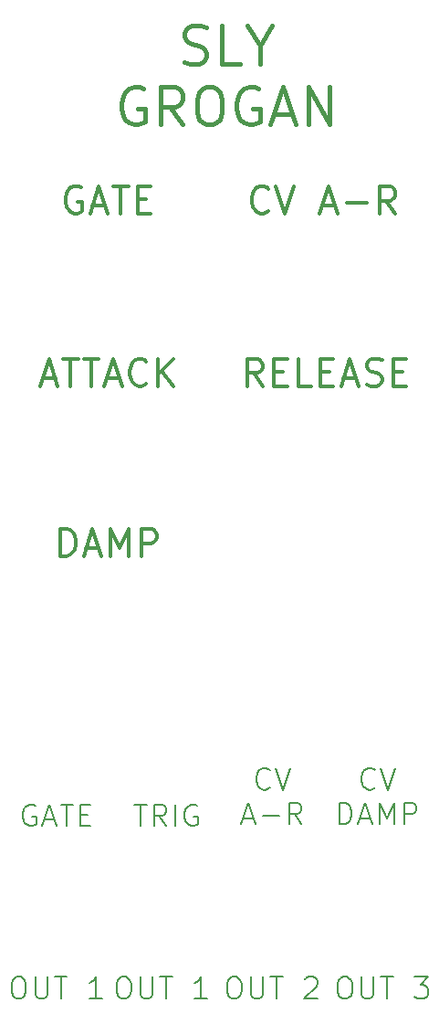
<source format=gbr>
G04 #@! TF.GenerationSoftware,KiCad,Pcbnew,(5.1.5-0)*
G04 #@! TF.CreationDate,2021-01-12T22:51:54-08:00*
G04 #@! TF.ProjectId,slygrogan,736c7967-726f-4676-916e-2e6b69636164,rev?*
G04 #@! TF.SameCoordinates,Original*
G04 #@! TF.FileFunction,Legend,Top*
G04 #@! TF.FilePolarity,Positive*
%FSLAX46Y46*%
G04 Gerber Fmt 4.6, Leading zero omitted, Abs format (unit mm)*
G04 Created by KiCad (PCBNEW (5.1.5-0)) date 2021-01-12 22:51:54*
%MOMM*%
%LPD*%
G04 APERTURE LIST*
%ADD10C,0.200000*%
%ADD11C,0.400000*%
%ADD12C,0.300000*%
G04 APERTURE END LIST*
D10*
X21285714Y-89404761D02*
X21666666Y-89404761D01*
X21857142Y-89500000D01*
X22047619Y-89690476D01*
X22142857Y-90071428D01*
X22142857Y-90738095D01*
X22047619Y-91119047D01*
X21857142Y-91309523D01*
X21666666Y-91404761D01*
X21285714Y-91404761D01*
X21095238Y-91309523D01*
X20904761Y-91119047D01*
X20809523Y-90738095D01*
X20809523Y-90071428D01*
X20904761Y-89690476D01*
X21095238Y-89500000D01*
X21285714Y-89404761D01*
X23000000Y-89404761D02*
X23000000Y-91023809D01*
X23095238Y-91214285D01*
X23190476Y-91309523D01*
X23380952Y-91404761D01*
X23761904Y-91404761D01*
X23952380Y-91309523D01*
X24047619Y-91214285D01*
X24142857Y-91023809D01*
X24142857Y-89404761D01*
X24809523Y-89404761D02*
X25952380Y-89404761D01*
X25380952Y-91404761D02*
X25380952Y-89404761D01*
X28047619Y-89595238D02*
X28142857Y-89500000D01*
X28333333Y-89404761D01*
X28809523Y-89404761D01*
X29000000Y-89500000D01*
X29095238Y-89595238D01*
X29190476Y-89785714D01*
X29190476Y-89976190D01*
X29095238Y-90261904D01*
X27952380Y-91404761D01*
X29190476Y-91404761D01*
X1285714Y-89404761D02*
X1666666Y-89404761D01*
X1857142Y-89500000D01*
X2047619Y-89690476D01*
X2142857Y-90071428D01*
X2142857Y-90738095D01*
X2047619Y-91119047D01*
X1857142Y-91309523D01*
X1666666Y-91404761D01*
X1285714Y-91404761D01*
X1095238Y-91309523D01*
X904761Y-91119047D01*
X809523Y-90738095D01*
X809523Y-90071428D01*
X904761Y-89690476D01*
X1095238Y-89500000D01*
X1285714Y-89404761D01*
X3000000Y-89404761D02*
X3000000Y-91023809D01*
X3095238Y-91214285D01*
X3190476Y-91309523D01*
X3380952Y-91404761D01*
X3761904Y-91404761D01*
X3952380Y-91309523D01*
X4047619Y-91214285D01*
X4142857Y-91023809D01*
X4142857Y-89404761D01*
X4809523Y-89404761D02*
X5952380Y-89404761D01*
X5380952Y-91404761D02*
X5380952Y-89404761D01*
X9190476Y-91404761D02*
X8047619Y-91404761D01*
X8619047Y-91404761D02*
X8619047Y-89404761D01*
X8428571Y-89690476D01*
X8238095Y-89880952D01*
X8047619Y-89976190D01*
D11*
X16833333Y-4591666D02*
X17333333Y-4758333D01*
X18166666Y-4758333D01*
X18500000Y-4591666D01*
X18666666Y-4425000D01*
X18833333Y-4091666D01*
X18833333Y-3758333D01*
X18666666Y-3425000D01*
X18500000Y-3258333D01*
X18166666Y-3091666D01*
X17500000Y-2925000D01*
X17166666Y-2758333D01*
X17000000Y-2591666D01*
X16833333Y-2258333D01*
X16833333Y-1925000D01*
X17000000Y-1591666D01*
X17166666Y-1425000D01*
X17500000Y-1258333D01*
X18333333Y-1258333D01*
X18833333Y-1425000D01*
X22000000Y-4758333D02*
X20333333Y-4758333D01*
X20333333Y-1258333D01*
X23833333Y-3091666D02*
X23833333Y-4758333D01*
X22666666Y-1258333D02*
X23833333Y-3091666D01*
X25000000Y-1258333D01*
X13000000Y-7075000D02*
X12666666Y-6908333D01*
X12166666Y-6908333D01*
X11666666Y-7075000D01*
X11333333Y-7408333D01*
X11166666Y-7741666D01*
X11000000Y-8408333D01*
X11000000Y-8908333D01*
X11166666Y-9575000D01*
X11333333Y-9908333D01*
X11666666Y-10241666D01*
X12166666Y-10408333D01*
X12500000Y-10408333D01*
X13000000Y-10241666D01*
X13166666Y-10075000D01*
X13166666Y-8908333D01*
X12500000Y-8908333D01*
X16666666Y-10408333D02*
X15500000Y-8741666D01*
X14666666Y-10408333D02*
X14666666Y-6908333D01*
X16000000Y-6908333D01*
X16333333Y-7075000D01*
X16500000Y-7241666D01*
X16666666Y-7575000D01*
X16666666Y-8075000D01*
X16500000Y-8408333D01*
X16333333Y-8575000D01*
X16000000Y-8741666D01*
X14666666Y-8741666D01*
X18833333Y-6908333D02*
X19500000Y-6908333D01*
X19833333Y-7075000D01*
X20166666Y-7408333D01*
X20333333Y-8075000D01*
X20333333Y-9241666D01*
X20166666Y-9908333D01*
X19833333Y-10241666D01*
X19500000Y-10408333D01*
X18833333Y-10408333D01*
X18500000Y-10241666D01*
X18166666Y-9908333D01*
X18000000Y-9241666D01*
X18000000Y-8075000D01*
X18166666Y-7408333D01*
X18500000Y-7075000D01*
X18833333Y-6908333D01*
X23666666Y-7075000D02*
X23333333Y-6908333D01*
X22833333Y-6908333D01*
X22333333Y-7075000D01*
X22000000Y-7408333D01*
X21833333Y-7741666D01*
X21666666Y-8408333D01*
X21666666Y-8908333D01*
X21833333Y-9575000D01*
X22000000Y-9908333D01*
X22333333Y-10241666D01*
X22833333Y-10408333D01*
X23166666Y-10408333D01*
X23666666Y-10241666D01*
X23833333Y-10075000D01*
X23833333Y-8908333D01*
X23166666Y-8908333D01*
X25166666Y-9408333D02*
X26833333Y-9408333D01*
X24833333Y-10408333D02*
X26000000Y-6908333D01*
X27166666Y-10408333D01*
X28333333Y-10408333D02*
X28333333Y-6908333D01*
X30333333Y-10408333D01*
X30333333Y-6908333D01*
D12*
X24107142Y-34630952D02*
X23273809Y-33440476D01*
X22678571Y-34630952D02*
X22678571Y-32130952D01*
X23630952Y-32130952D01*
X23869047Y-32250000D01*
X23988095Y-32369047D01*
X24107142Y-32607142D01*
X24107142Y-32964285D01*
X23988095Y-33202380D01*
X23869047Y-33321428D01*
X23630952Y-33440476D01*
X22678571Y-33440476D01*
X25178571Y-33321428D02*
X26011904Y-33321428D01*
X26369047Y-34630952D02*
X25178571Y-34630952D01*
X25178571Y-32130952D01*
X26369047Y-32130952D01*
X28630952Y-34630952D02*
X27440476Y-34630952D01*
X27440476Y-32130952D01*
X29464285Y-33321428D02*
X30297619Y-33321428D01*
X30654761Y-34630952D02*
X29464285Y-34630952D01*
X29464285Y-32130952D01*
X30654761Y-32130952D01*
X31607142Y-33916666D02*
X32797619Y-33916666D01*
X31369047Y-34630952D02*
X32202380Y-32130952D01*
X33035714Y-34630952D01*
X33750000Y-34511904D02*
X34107142Y-34630952D01*
X34702380Y-34630952D01*
X34940476Y-34511904D01*
X35059523Y-34392857D01*
X35178571Y-34154761D01*
X35178571Y-33916666D01*
X35059523Y-33678571D01*
X34940476Y-33559523D01*
X34702380Y-33440476D01*
X34226190Y-33321428D01*
X33988095Y-33202380D01*
X33869047Y-33083333D01*
X33750000Y-32845238D01*
X33750000Y-32607142D01*
X33869047Y-32369047D01*
X33988095Y-32250000D01*
X34226190Y-32130952D01*
X34821428Y-32130952D01*
X35178571Y-32250000D01*
X36250000Y-33321428D02*
X37083333Y-33321428D01*
X37440476Y-34630952D02*
X36250000Y-34630952D01*
X36250000Y-32130952D01*
X37440476Y-32130952D01*
X24630952Y-18392857D02*
X24511904Y-18511904D01*
X24154761Y-18630952D01*
X23916666Y-18630952D01*
X23559523Y-18511904D01*
X23321428Y-18273809D01*
X23202380Y-18035714D01*
X23083333Y-17559523D01*
X23083333Y-17202380D01*
X23202380Y-16726190D01*
X23321428Y-16488095D01*
X23559523Y-16250000D01*
X23916666Y-16130952D01*
X24154761Y-16130952D01*
X24511904Y-16250000D01*
X24630952Y-16369047D01*
X25345238Y-16130952D02*
X26178571Y-18630952D01*
X27011904Y-16130952D01*
X29630952Y-17916666D02*
X30821428Y-17916666D01*
X29392857Y-18630952D02*
X30226190Y-16130952D01*
X31059523Y-18630952D01*
X31892857Y-17678571D02*
X33797619Y-17678571D01*
X36416666Y-18630952D02*
X35583333Y-17440476D01*
X34988095Y-18630952D02*
X34988095Y-16130952D01*
X35940476Y-16130952D01*
X36178571Y-16250000D01*
X36297619Y-16369047D01*
X36416666Y-16607142D01*
X36416666Y-16964285D01*
X36297619Y-17202380D01*
X36178571Y-17321428D01*
X35940476Y-17440476D01*
X34988095Y-17440476D01*
X7250000Y-16250000D02*
X7011904Y-16130952D01*
X6654761Y-16130952D01*
X6297619Y-16250000D01*
X6059523Y-16488095D01*
X5940476Y-16726190D01*
X5821428Y-17202380D01*
X5821428Y-17559523D01*
X5940476Y-18035714D01*
X6059523Y-18273809D01*
X6297619Y-18511904D01*
X6654761Y-18630952D01*
X6892857Y-18630952D01*
X7250000Y-18511904D01*
X7369047Y-18392857D01*
X7369047Y-17559523D01*
X6892857Y-17559523D01*
X8321428Y-17916666D02*
X9511904Y-17916666D01*
X8083333Y-18630952D02*
X8916666Y-16130952D01*
X9750000Y-18630952D01*
X10226190Y-16130952D02*
X11654761Y-16130952D01*
X10940476Y-18630952D02*
X10940476Y-16130952D01*
X12488095Y-17321428D02*
X13321428Y-17321428D01*
X13678571Y-18630952D02*
X12488095Y-18630952D01*
X12488095Y-16130952D01*
X13678571Y-16130952D01*
X3678571Y-33916666D02*
X4869047Y-33916666D01*
X3440476Y-34630952D02*
X4273809Y-32130952D01*
X5107142Y-34630952D01*
X5583333Y-32130952D02*
X7011904Y-32130952D01*
X6297619Y-34630952D02*
X6297619Y-32130952D01*
X7488095Y-32130952D02*
X8916666Y-32130952D01*
X8202380Y-34630952D02*
X8202380Y-32130952D01*
X9630952Y-33916666D02*
X10821428Y-33916666D01*
X9392857Y-34630952D02*
X10226190Y-32130952D01*
X11059523Y-34630952D01*
X13321428Y-34392857D02*
X13202380Y-34511904D01*
X12845238Y-34630952D01*
X12607142Y-34630952D01*
X12250000Y-34511904D01*
X12011904Y-34273809D01*
X11892857Y-34035714D01*
X11773809Y-33559523D01*
X11773809Y-33202380D01*
X11892857Y-32726190D01*
X12011904Y-32488095D01*
X12250000Y-32250000D01*
X12607142Y-32130952D01*
X12845238Y-32130952D01*
X13202380Y-32250000D01*
X13321428Y-32369047D01*
X14392857Y-34630952D02*
X14392857Y-32130952D01*
X15821428Y-34630952D02*
X14750000Y-33202380D01*
X15821428Y-32130952D02*
X14392857Y-33559523D01*
X5345238Y-50380952D02*
X5345238Y-47880952D01*
X5940476Y-47880952D01*
X6297619Y-48000000D01*
X6535714Y-48238095D01*
X6654761Y-48476190D01*
X6773809Y-48952380D01*
X6773809Y-49309523D01*
X6654761Y-49785714D01*
X6535714Y-50023809D01*
X6297619Y-50261904D01*
X5940476Y-50380952D01*
X5345238Y-50380952D01*
X7726190Y-49666666D02*
X8916666Y-49666666D01*
X7488095Y-50380952D02*
X8321428Y-47880952D01*
X9154761Y-50380952D01*
X9988095Y-50380952D02*
X9988095Y-47880952D01*
X10821428Y-49666666D01*
X11654761Y-47880952D01*
X11654761Y-50380952D01*
X12845238Y-50380952D02*
X12845238Y-47880952D01*
X13797619Y-47880952D01*
X14035714Y-48000000D01*
X14154761Y-48119047D01*
X14273809Y-48357142D01*
X14273809Y-48714285D01*
X14154761Y-48952380D01*
X14035714Y-49071428D01*
X13797619Y-49190476D01*
X12845238Y-49190476D01*
D10*
X31535714Y-89404761D02*
X31916666Y-89404761D01*
X32107142Y-89500000D01*
X32297619Y-89690476D01*
X32392857Y-90071428D01*
X32392857Y-90738095D01*
X32297619Y-91119047D01*
X32107142Y-91309523D01*
X31916666Y-91404761D01*
X31535714Y-91404761D01*
X31345238Y-91309523D01*
X31154761Y-91119047D01*
X31059523Y-90738095D01*
X31059523Y-90071428D01*
X31154761Y-89690476D01*
X31345238Y-89500000D01*
X31535714Y-89404761D01*
X33250000Y-89404761D02*
X33250000Y-91023809D01*
X33345238Y-91214285D01*
X33440476Y-91309523D01*
X33630952Y-91404761D01*
X34011904Y-91404761D01*
X34202380Y-91309523D01*
X34297619Y-91214285D01*
X34392857Y-91023809D01*
X34392857Y-89404761D01*
X35059523Y-89404761D02*
X36202380Y-89404761D01*
X35630952Y-91404761D02*
X35630952Y-89404761D01*
X38202380Y-89404761D02*
X39440476Y-89404761D01*
X38773809Y-90166666D01*
X39059523Y-90166666D01*
X39250000Y-90261904D01*
X39345238Y-90357142D01*
X39440476Y-90547619D01*
X39440476Y-91023809D01*
X39345238Y-91214285D01*
X39250000Y-91309523D01*
X39059523Y-91404761D01*
X38488095Y-91404761D01*
X38297619Y-91309523D01*
X38202380Y-91214285D01*
X11035714Y-89404761D02*
X11416666Y-89404761D01*
X11607142Y-89500000D01*
X11797619Y-89690476D01*
X11892857Y-90071428D01*
X11892857Y-90738095D01*
X11797619Y-91119047D01*
X11607142Y-91309523D01*
X11416666Y-91404761D01*
X11035714Y-91404761D01*
X10845238Y-91309523D01*
X10654761Y-91119047D01*
X10559523Y-90738095D01*
X10559523Y-90071428D01*
X10654761Y-89690476D01*
X10845238Y-89500000D01*
X11035714Y-89404761D01*
X12750000Y-89404761D02*
X12750000Y-91023809D01*
X12845238Y-91214285D01*
X12940476Y-91309523D01*
X13130952Y-91404761D01*
X13511904Y-91404761D01*
X13702380Y-91309523D01*
X13797619Y-91214285D01*
X13892857Y-91023809D01*
X13892857Y-89404761D01*
X14559523Y-89404761D02*
X15702380Y-89404761D01*
X15130952Y-91404761D02*
X15130952Y-89404761D01*
X18940476Y-91404761D02*
X17797619Y-91404761D01*
X18369047Y-91404761D02*
X18369047Y-89404761D01*
X18178571Y-89690476D01*
X17988095Y-89880952D01*
X17797619Y-89976190D01*
X3000000Y-73500000D02*
X2809523Y-73404761D01*
X2523809Y-73404761D01*
X2238095Y-73500000D01*
X2047619Y-73690476D01*
X1952380Y-73880952D01*
X1857142Y-74261904D01*
X1857142Y-74547619D01*
X1952380Y-74928571D01*
X2047619Y-75119047D01*
X2238095Y-75309523D01*
X2523809Y-75404761D01*
X2714285Y-75404761D01*
X3000000Y-75309523D01*
X3095238Y-75214285D01*
X3095238Y-74547619D01*
X2714285Y-74547619D01*
X3857142Y-74833333D02*
X4809523Y-74833333D01*
X3666666Y-75404761D02*
X4333333Y-73404761D01*
X5000000Y-75404761D01*
X5380952Y-73404761D02*
X6523809Y-73404761D01*
X5952380Y-75404761D02*
X5952380Y-73404761D01*
X7190476Y-74357142D02*
X7857142Y-74357142D01*
X8142857Y-75404761D02*
X7190476Y-75404761D01*
X7190476Y-73404761D01*
X8142857Y-73404761D01*
X34511904Y-71864285D02*
X34416666Y-71959523D01*
X34130952Y-72054761D01*
X33940476Y-72054761D01*
X33654761Y-71959523D01*
X33464285Y-71769047D01*
X33369047Y-71578571D01*
X33273809Y-71197619D01*
X33273809Y-70911904D01*
X33369047Y-70530952D01*
X33464285Y-70340476D01*
X33654761Y-70150000D01*
X33940476Y-70054761D01*
X34130952Y-70054761D01*
X34416666Y-70150000D01*
X34511904Y-70245238D01*
X35083333Y-70054761D02*
X35750000Y-72054761D01*
X36416666Y-70054761D01*
X31226190Y-75254761D02*
X31226190Y-73254761D01*
X31702380Y-73254761D01*
X31988095Y-73350000D01*
X32178571Y-73540476D01*
X32273809Y-73730952D01*
X32369047Y-74111904D01*
X32369047Y-74397619D01*
X32273809Y-74778571D01*
X32178571Y-74969047D01*
X31988095Y-75159523D01*
X31702380Y-75254761D01*
X31226190Y-75254761D01*
X33130952Y-74683333D02*
X34083333Y-74683333D01*
X32940476Y-75254761D02*
X33607142Y-73254761D01*
X34273809Y-75254761D01*
X34940476Y-75254761D02*
X34940476Y-73254761D01*
X35607142Y-74683333D01*
X36273809Y-73254761D01*
X36273809Y-75254761D01*
X37226190Y-75254761D02*
X37226190Y-73254761D01*
X37988095Y-73254761D01*
X38178571Y-73350000D01*
X38273809Y-73445238D01*
X38369047Y-73635714D01*
X38369047Y-73921428D01*
X38273809Y-74111904D01*
X38178571Y-74207142D01*
X37988095Y-74302380D01*
X37226190Y-74302380D01*
X24761904Y-71864285D02*
X24666666Y-71959523D01*
X24380952Y-72054761D01*
X24190476Y-72054761D01*
X23904761Y-71959523D01*
X23714285Y-71769047D01*
X23619047Y-71578571D01*
X23523809Y-71197619D01*
X23523809Y-70911904D01*
X23619047Y-70530952D01*
X23714285Y-70340476D01*
X23904761Y-70150000D01*
X24190476Y-70054761D01*
X24380952Y-70054761D01*
X24666666Y-70150000D01*
X24761904Y-70245238D01*
X25333333Y-70054761D02*
X26000000Y-72054761D01*
X26666666Y-70054761D01*
X22285714Y-74683333D02*
X23238095Y-74683333D01*
X22095238Y-75254761D02*
X22761904Y-73254761D01*
X23428571Y-75254761D01*
X24095238Y-74492857D02*
X25619047Y-74492857D01*
X27714285Y-75254761D02*
X27047619Y-74302380D01*
X26571428Y-75254761D02*
X26571428Y-73254761D01*
X27333333Y-73254761D01*
X27523809Y-73350000D01*
X27619047Y-73445238D01*
X27714285Y-73635714D01*
X27714285Y-73921428D01*
X27619047Y-74111904D01*
X27523809Y-74207142D01*
X27333333Y-74302380D01*
X26571428Y-74302380D01*
X12202380Y-73404761D02*
X13345238Y-73404761D01*
X12773809Y-75404761D02*
X12773809Y-73404761D01*
X15154761Y-75404761D02*
X14488095Y-74452380D01*
X14011904Y-75404761D02*
X14011904Y-73404761D01*
X14773809Y-73404761D01*
X14964285Y-73500000D01*
X15059523Y-73595238D01*
X15154761Y-73785714D01*
X15154761Y-74071428D01*
X15059523Y-74261904D01*
X14964285Y-74357142D01*
X14773809Y-74452380D01*
X14011904Y-74452380D01*
X16011904Y-75404761D02*
X16011904Y-73404761D01*
X18011904Y-73500000D02*
X17821428Y-73404761D01*
X17535714Y-73404761D01*
X17250000Y-73500000D01*
X17059523Y-73690476D01*
X16964285Y-73880952D01*
X16869047Y-74261904D01*
X16869047Y-74547619D01*
X16964285Y-74928571D01*
X17059523Y-75119047D01*
X17250000Y-75309523D01*
X17535714Y-75404761D01*
X17726190Y-75404761D01*
X18011904Y-75309523D01*
X18107142Y-75214285D01*
X18107142Y-74547619D01*
X17726190Y-74547619D01*
M02*

</source>
